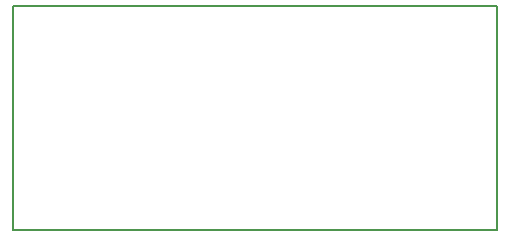
<source format=gbr>
G04 EAGLE Gerber RS-274X export*
G75*
%MOMM*%
%FSLAX34Y34*%
%LPD*%
%INSilkscreen Bottom*%
%IPPOS*%
%AMOC8*
5,1,8,0,0,1.08239X$1,22.5*%
G01*
%ADD10C,0.152400*%


D10*
X65000Y390000D02*
X65000Y580000D01*
X475000Y580000D01*
X475000Y390000D02*
X65000Y390000D01*
X475000Y390000D02*
X475000Y580000D01*
M02*

</source>
